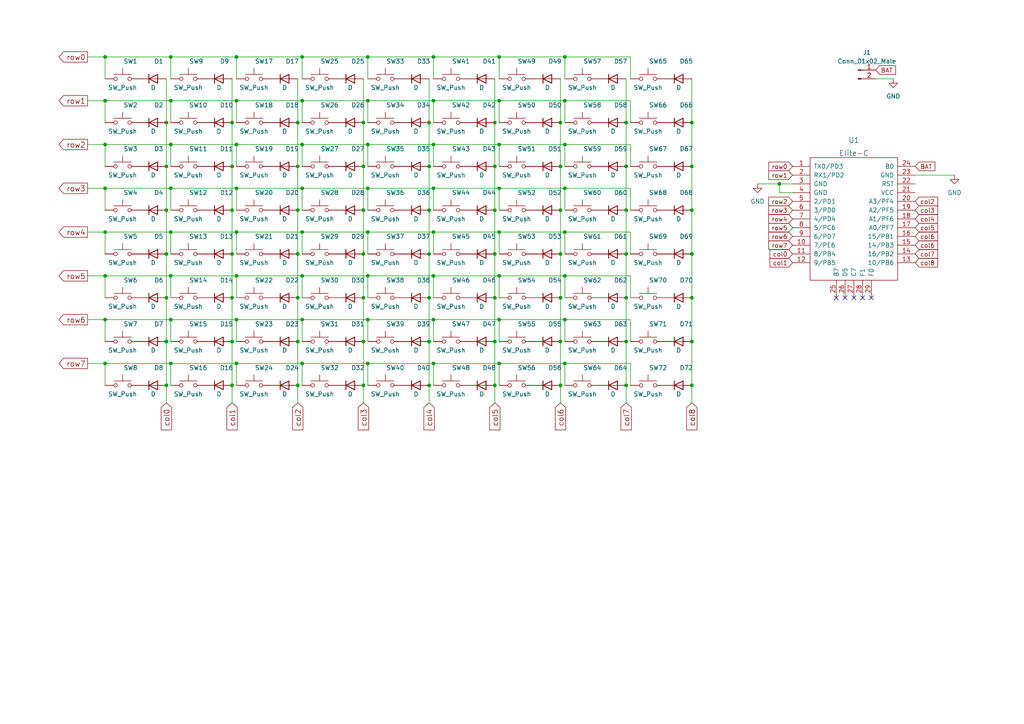
<source format=kicad_sch>
(kicad_sch (version 20210621) (generator eeschema)
  (paper "A4")
  (title_block (date "2019-08-06") (rev "0.1"))
  (junction (at 30.48 16.51))
  (junction (at 30.48 29.21))
  (junction (at 30.48 41.91))
  (junction (at 30.48 54.61))
  (junction (at 30.48 67.31))
  (junction (at 30.48 80.01))
  (junction (at 30.48 92.71))
  (junction (at 30.48 105.41))
  (junction (at 48.26 35.56))
  (junction (at 48.26 48.26))
  (junction (at 48.26 60.96))
  (junction (at 48.26 73.66))
  (junction (at 48.26 86.36))
  (junction (at 48.26 99.06))
  (junction (at 48.26 111.76))
  (junction (at 49.53 16.51))
  (junction (at 49.53 29.21))
  (junction (at 49.53 41.91))
  (junction (at 49.53 54.61))
  (junction (at 49.53 67.31))
  (junction (at 49.53 80.01))
  (junction (at 49.53 92.71))
  (junction (at 49.53 105.41))
  (junction (at 67.31 35.56))
  (junction (at 67.31 48.26))
  (junction (at 67.31 60.96))
  (junction (at 67.31 73.66))
  (junction (at 67.31 86.36))
  (junction (at 67.31 99.06))
  (junction (at 67.31 111.76))
  (junction (at 68.58 16.51))
  (junction (at 68.58 29.21))
  (junction (at 68.58 41.91))
  (junction (at 68.58 54.61))
  (junction (at 68.58 67.31))
  (junction (at 68.58 80.01))
  (junction (at 68.58 92.71))
  (junction (at 68.58 105.41))
  (junction (at 86.36 35.56))
  (junction (at 86.36 48.26))
  (junction (at 86.36 60.96))
  (junction (at 86.36 73.66))
  (junction (at 86.36 86.36))
  (junction (at 86.36 99.06))
  (junction (at 86.36 111.76))
  (junction (at 87.63 16.51))
  (junction (at 87.63 29.21))
  (junction (at 87.63 41.91))
  (junction (at 87.63 54.61))
  (junction (at 87.63 67.31))
  (junction (at 87.63 80.01))
  (junction (at 87.63 92.71))
  (junction (at 87.63 105.41))
  (junction (at 105.41 35.56))
  (junction (at 105.41 48.26))
  (junction (at 105.41 60.96))
  (junction (at 105.41 73.66))
  (junction (at 105.41 86.36))
  (junction (at 105.41 99.06))
  (junction (at 105.41 111.76))
  (junction (at 106.68 16.51))
  (junction (at 106.68 29.21))
  (junction (at 106.68 41.91))
  (junction (at 106.68 54.61))
  (junction (at 106.68 67.31))
  (junction (at 106.68 80.01))
  (junction (at 106.68 92.71))
  (junction (at 106.68 105.41))
  (junction (at 124.46 35.56))
  (junction (at 124.46 48.26))
  (junction (at 124.46 60.96))
  (junction (at 124.46 73.66))
  (junction (at 124.46 86.36))
  (junction (at 124.46 99.06))
  (junction (at 124.46 111.76))
  (junction (at 125.73 16.51))
  (junction (at 125.73 29.21))
  (junction (at 125.73 41.91))
  (junction (at 125.73 54.61))
  (junction (at 125.73 67.31))
  (junction (at 125.73 80.01))
  (junction (at 125.73 92.71))
  (junction (at 125.73 105.41))
  (junction (at 143.51 35.56))
  (junction (at 143.51 48.26))
  (junction (at 143.51 60.96))
  (junction (at 143.51 73.66))
  (junction (at 143.51 86.36))
  (junction (at 143.51 99.06))
  (junction (at 143.51 111.76))
  (junction (at 144.78 16.51))
  (junction (at 144.78 29.21))
  (junction (at 144.78 41.91))
  (junction (at 144.78 54.61))
  (junction (at 144.78 67.31))
  (junction (at 144.78 80.01))
  (junction (at 144.78 92.71))
  (junction (at 144.78 105.41))
  (junction (at 162.56 35.56))
  (junction (at 162.56 48.26))
  (junction (at 162.56 60.96))
  (junction (at 162.56 73.66))
  (junction (at 162.56 86.36))
  (junction (at 162.56 99.06))
  (junction (at 162.56 111.76))
  (junction (at 163.83 16.51))
  (junction (at 163.83 29.21))
  (junction (at 163.83 41.91))
  (junction (at 163.83 54.61))
  (junction (at 163.83 67.31))
  (junction (at 163.83 80.01))
  (junction (at 163.83 92.71))
  (junction (at 163.83 105.41))
  (junction (at 181.61 35.56))
  (junction (at 181.61 48.26))
  (junction (at 181.61 60.96))
  (junction (at 181.61 73.66))
  (junction (at 181.61 86.36))
  (junction (at 181.61 99.06))
  (junction (at 181.61 111.76))
  (junction (at 200.66 35.56))
  (junction (at 200.66 48.26))
  (junction (at 200.66 60.96))
  (junction (at 200.66 73.66))
  (junction (at 200.66 86.36))
  (junction (at 200.66 99.06))
  (junction (at 200.66 111.76))
  (junction (at 226.06 53.34))
  (no_connect (at 242.57 86.36))
  (no_connect (at 245.11 86.36))
  (no_connect (at 247.65 86.36))
  (no_connect (at 250.19 86.36))
  (no_connect (at 252.73 86.36))
  (wire (pts (xy 25.4 16.51) (xy 30.48 16.51)))
  (wire (pts (xy 25.4 29.21) (xy 30.48 29.21)))
  (wire (pts (xy 25.4 41.91) (xy 30.48 41.91)))
  (wire (pts (xy 25.4 54.61) (xy 30.48 54.61)))
  (wire (pts (xy 25.4 67.31) (xy 30.48 67.31)))
  (wire (pts (xy 25.4 80.01) (xy 30.48 80.01)))
  (wire (pts (xy 25.4 92.71) (xy 30.48 92.71)))
  (wire (pts (xy 25.4 105.41) (xy 30.48 105.41)))
  (wire (pts (xy 30.48 16.51) (xy 30.48 22.86)))
  (wire (pts (xy 30.48 16.51) (xy 49.53 16.51)))
  (wire (pts (xy 30.48 29.21) (xy 30.48 35.56)))
  (wire (pts (xy 30.48 29.21) (xy 49.53 29.21)))
  (wire (pts (xy 30.48 41.91) (xy 30.48 48.26)))
  (wire (pts (xy 30.48 41.91) (xy 49.53 41.91)))
  (wire (pts (xy 30.48 54.61) (xy 30.48 60.96)))
  (wire (pts (xy 30.48 54.61) (xy 49.53 54.61)))
  (wire (pts (xy 30.48 67.31) (xy 30.48 73.66)))
  (wire (pts (xy 30.48 67.31) (xy 49.53 67.31)))
  (wire (pts (xy 30.48 80.01) (xy 30.48 86.36)))
  (wire (pts (xy 30.48 80.01) (xy 49.53 80.01)))
  (wire (pts (xy 30.48 92.71) (xy 30.48 99.06)))
  (wire (pts (xy 30.48 92.71) (xy 49.53 92.71)))
  (wire (pts (xy 30.48 105.41) (xy 30.48 111.76)))
  (wire (pts (xy 30.48 105.41) (xy 49.53 105.41)))
  (wire (pts (xy 48.26 22.86) (xy 48.26 35.56)))
  (wire (pts (xy 48.26 35.56) (xy 48.26 48.26)))
  (wire (pts (xy 48.26 48.26) (xy 48.26 60.96)))
  (wire (pts (xy 48.26 60.96) (xy 48.26 73.66)))
  (wire (pts (xy 48.26 73.66) (xy 48.26 86.36)))
  (wire (pts (xy 48.26 86.36) (xy 48.26 99.06)))
  (wire (pts (xy 48.26 99.06) (xy 48.26 111.76)))
  (wire (pts (xy 48.26 111.76) (xy 48.26 116.84)))
  (wire (pts (xy 49.53 16.51) (xy 49.53 22.86)))
  (wire (pts (xy 49.53 16.51) (xy 68.58 16.51)))
  (wire (pts (xy 49.53 29.21) (xy 49.53 35.56)))
  (wire (pts (xy 49.53 29.21) (xy 68.58 29.21)))
  (wire (pts (xy 49.53 41.91) (xy 49.53 48.26)))
  (wire (pts (xy 49.53 41.91) (xy 68.58 41.91)))
  (wire (pts (xy 49.53 54.61) (xy 49.53 60.96)))
  (wire (pts (xy 49.53 54.61) (xy 68.58 54.61)))
  (wire (pts (xy 49.53 67.31) (xy 49.53 73.66)))
  (wire (pts (xy 49.53 67.31) (xy 68.58 67.31)))
  (wire (pts (xy 49.53 80.01) (xy 49.53 86.36)))
  (wire (pts (xy 49.53 80.01) (xy 68.58 80.01)))
  (wire (pts (xy 49.53 92.71) (xy 49.53 99.06)))
  (wire (pts (xy 49.53 92.71) (xy 68.58 92.71)))
  (wire (pts (xy 49.53 105.41) (xy 49.53 111.76)))
  (wire (pts (xy 49.53 105.41) (xy 68.58 105.41)))
  (wire (pts (xy 67.31 22.86) (xy 67.31 35.56)))
  (wire (pts (xy 67.31 35.56) (xy 67.31 48.26)))
  (wire (pts (xy 67.31 48.26) (xy 67.31 60.96)))
  (wire (pts (xy 67.31 60.96) (xy 67.31 73.66)))
  (wire (pts (xy 67.31 73.66) (xy 67.31 86.36)))
  (wire (pts (xy 67.31 86.36) (xy 67.31 99.06)))
  (wire (pts (xy 67.31 99.06) (xy 67.31 111.76)))
  (wire (pts (xy 67.31 111.76) (xy 67.31 116.84)))
  (wire (pts (xy 68.58 16.51) (xy 68.58 22.86)))
  (wire (pts (xy 68.58 16.51) (xy 87.63 16.51)))
  (wire (pts (xy 68.58 29.21) (xy 68.58 35.56)))
  (wire (pts (xy 68.58 29.21) (xy 87.63 29.21)))
  (wire (pts (xy 68.58 41.91) (xy 68.58 48.26)))
  (wire (pts (xy 68.58 41.91) (xy 87.63 41.91)))
  (wire (pts (xy 68.58 54.61) (xy 68.58 60.96)))
  (wire (pts (xy 68.58 54.61) (xy 87.63 54.61)))
  (wire (pts (xy 68.58 67.31) (xy 68.58 73.66)))
  (wire (pts (xy 68.58 67.31) (xy 87.63 67.31)))
  (wire (pts (xy 68.58 80.01) (xy 68.58 86.36)))
  (wire (pts (xy 68.58 80.01) (xy 87.63 80.01)))
  (wire (pts (xy 68.58 92.71) (xy 68.58 99.06)))
  (wire (pts (xy 68.58 92.71) (xy 87.63 92.71)))
  (wire (pts (xy 68.58 105.41) (xy 68.58 111.76)))
  (wire (pts (xy 68.58 105.41) (xy 87.63 105.41)))
  (wire (pts (xy 86.36 22.86) (xy 86.36 35.56)))
  (wire (pts (xy 86.36 35.56) (xy 86.36 48.26)))
  (wire (pts (xy 86.36 48.26) (xy 86.36 60.96)))
  (wire (pts (xy 86.36 60.96) (xy 86.36 73.66)))
  (wire (pts (xy 86.36 73.66) (xy 86.36 86.36)))
  (wire (pts (xy 86.36 86.36) (xy 86.36 99.06)))
  (wire (pts (xy 86.36 99.06) (xy 86.36 111.76)))
  (wire (pts (xy 86.36 111.76) (xy 86.36 116.84)))
  (wire (pts (xy 87.63 16.51) (xy 87.63 22.86)))
  (wire (pts (xy 87.63 16.51) (xy 106.68 16.51)))
  (wire (pts (xy 87.63 29.21) (xy 87.63 35.56)))
  (wire (pts (xy 87.63 29.21) (xy 106.68 29.21)))
  (wire (pts (xy 87.63 41.91) (xy 87.63 48.26)))
  (wire (pts (xy 87.63 41.91) (xy 106.68 41.91)))
  (wire (pts (xy 87.63 54.61) (xy 87.63 60.96)))
  (wire (pts (xy 87.63 54.61) (xy 106.68 54.61)))
  (wire (pts (xy 87.63 67.31) (xy 87.63 73.66)))
  (wire (pts (xy 87.63 67.31) (xy 106.68 67.31)))
  (wire (pts (xy 87.63 80.01) (xy 87.63 86.36)))
  (wire (pts (xy 87.63 80.01) (xy 106.68 80.01)))
  (wire (pts (xy 87.63 92.71) (xy 87.63 99.06)))
  (wire (pts (xy 87.63 92.71) (xy 106.68 92.71)))
  (wire (pts (xy 87.63 105.41) (xy 87.63 111.76)))
  (wire (pts (xy 87.63 105.41) (xy 106.68 105.41)))
  (wire (pts (xy 105.41 22.86) (xy 105.41 35.56)))
  (wire (pts (xy 105.41 35.56) (xy 105.41 48.26)))
  (wire (pts (xy 105.41 48.26) (xy 105.41 60.96)))
  (wire (pts (xy 105.41 60.96) (xy 105.41 73.66)))
  (wire (pts (xy 105.41 73.66) (xy 105.41 86.36)))
  (wire (pts (xy 105.41 86.36) (xy 105.41 99.06)))
  (wire (pts (xy 105.41 99.06) (xy 105.41 111.76)))
  (wire (pts (xy 105.41 111.76) (xy 105.41 116.84)))
  (wire (pts (xy 106.68 16.51) (xy 106.68 22.86)))
  (wire (pts (xy 106.68 16.51) (xy 125.73 16.51)))
  (wire (pts (xy 106.68 29.21) (xy 106.68 35.56)))
  (wire (pts (xy 106.68 29.21) (xy 125.73 29.21)))
  (wire (pts (xy 106.68 41.91) (xy 106.68 48.26)))
  (wire (pts (xy 106.68 41.91) (xy 125.73 41.91)))
  (wire (pts (xy 106.68 54.61) (xy 106.68 60.96)))
  (wire (pts (xy 106.68 54.61) (xy 125.73 54.61)))
  (wire (pts (xy 106.68 67.31) (xy 106.68 73.66)))
  (wire (pts (xy 106.68 67.31) (xy 125.73 67.31)))
  (wire (pts (xy 106.68 80.01) (xy 106.68 86.36)))
  (wire (pts (xy 106.68 80.01) (xy 125.73 80.01)))
  (wire (pts (xy 106.68 92.71) (xy 106.68 99.06)))
  (wire (pts (xy 106.68 92.71) (xy 125.73 92.71)))
  (wire (pts (xy 106.68 105.41) (xy 106.68 111.76)))
  (wire (pts (xy 106.68 105.41) (xy 125.73 105.41)))
  (wire (pts (xy 124.46 22.86) (xy 124.46 35.56)))
  (wire (pts (xy 124.46 35.56) (xy 124.46 48.26)))
  (wire (pts (xy 124.46 48.26) (xy 124.46 60.96)))
  (wire (pts (xy 124.46 60.96) (xy 124.46 73.66)))
  (wire (pts (xy 124.46 73.66) (xy 124.46 86.36)))
  (wire (pts (xy 124.46 86.36) (xy 124.46 99.06)))
  (wire (pts (xy 124.46 99.06) (xy 124.46 111.76)))
  (wire (pts (xy 124.46 111.76) (xy 124.46 116.84)))
  (wire (pts (xy 125.73 16.51) (xy 125.73 22.86)))
  (wire (pts (xy 125.73 16.51) (xy 144.78 16.51)))
  (wire (pts (xy 125.73 29.21) (xy 125.73 35.56)))
  (wire (pts (xy 125.73 29.21) (xy 144.78 29.21)))
  (wire (pts (xy 125.73 41.91) (xy 125.73 48.26)))
  (wire (pts (xy 125.73 41.91) (xy 144.78 41.91)))
  (wire (pts (xy 125.73 54.61) (xy 125.73 60.96)))
  (wire (pts (xy 125.73 54.61) (xy 144.78 54.61)))
  (wire (pts (xy 125.73 67.31) (xy 125.73 73.66)))
  (wire (pts (xy 125.73 67.31) (xy 144.78 67.31)))
  (wire (pts (xy 125.73 80.01) (xy 125.73 86.36)))
  (wire (pts (xy 125.73 80.01) (xy 144.78 80.01)))
  (wire (pts (xy 125.73 92.71) (xy 125.73 99.06)))
  (wire (pts (xy 125.73 92.71) (xy 144.78 92.71)))
  (wire (pts (xy 125.73 105.41) (xy 125.73 111.76)))
  (wire (pts (xy 125.73 105.41) (xy 144.78 105.41)))
  (wire (pts (xy 143.51 22.86) (xy 143.51 35.56)))
  (wire (pts (xy 143.51 35.56) (xy 143.51 48.26)))
  (wire (pts (xy 143.51 48.26) (xy 143.51 60.96)))
  (wire (pts (xy 143.51 60.96) (xy 143.51 73.66)))
  (wire (pts (xy 143.51 73.66) (xy 143.51 86.36)))
  (wire (pts (xy 143.51 86.36) (xy 143.51 99.06)))
  (wire (pts (xy 143.51 99.06) (xy 143.51 111.76)))
  (wire (pts (xy 143.51 111.76) (xy 143.51 116.84)))
  (wire (pts (xy 144.78 16.51) (xy 144.78 22.86)))
  (wire (pts (xy 144.78 16.51) (xy 163.83 16.51)))
  (wire (pts (xy 144.78 29.21) (xy 144.78 35.56)))
  (wire (pts (xy 144.78 29.21) (xy 163.83 29.21)))
  (wire (pts (xy 144.78 41.91) (xy 144.78 48.26)))
  (wire (pts (xy 144.78 41.91) (xy 163.83 41.91)))
  (wire (pts (xy 144.78 54.61) (xy 144.78 60.96)))
  (wire (pts (xy 144.78 54.61) (xy 163.83 54.61)))
  (wire (pts (xy 144.78 67.31) (xy 144.78 73.66)))
  (wire (pts (xy 144.78 67.31) (xy 163.83 67.31)))
  (wire (pts (xy 144.78 80.01) (xy 144.78 86.36)))
  (wire (pts (xy 144.78 80.01) (xy 163.83 80.01)))
  (wire (pts (xy 144.78 92.71) (xy 144.78 99.06)))
  (wire (pts (xy 144.78 92.71) (xy 163.83 92.71)))
  (wire (pts (xy 144.78 105.41) (xy 144.78 111.76)))
  (wire (pts (xy 144.78 105.41) (xy 163.83 105.41)))
  (wire (pts (xy 162.56 22.86) (xy 162.56 35.56)))
  (wire (pts (xy 162.56 35.56) (xy 162.56 48.26)))
  (wire (pts (xy 162.56 48.26) (xy 162.56 60.96)))
  (wire (pts (xy 162.56 60.96) (xy 162.56 73.66)))
  (wire (pts (xy 162.56 73.66) (xy 162.56 86.36)))
  (wire (pts (xy 162.56 86.36) (xy 162.56 99.06)))
  (wire (pts (xy 162.56 99.06) (xy 162.56 111.76)))
  (wire (pts (xy 162.56 111.76) (xy 162.56 116.84)))
  (wire (pts (xy 163.83 16.51) (xy 163.83 22.86)))
  (wire (pts (xy 163.83 16.51) (xy 182.88 16.51)))
  (wire (pts (xy 163.83 29.21) (xy 163.83 35.56)))
  (wire (pts (xy 163.83 29.21) (xy 182.88 29.21)))
  (wire (pts (xy 163.83 41.91) (xy 163.83 48.26)))
  (wire (pts (xy 163.83 41.91) (xy 182.88 41.91)))
  (wire (pts (xy 163.83 54.61) (xy 163.83 60.96)))
  (wire (pts (xy 163.83 54.61) (xy 182.88 54.61)))
  (wire (pts (xy 163.83 67.31) (xy 163.83 73.66)))
  (wire (pts (xy 163.83 67.31) (xy 182.88 67.31)))
  (wire (pts (xy 163.83 80.01) (xy 163.83 86.36)))
  (wire (pts (xy 163.83 80.01) (xy 182.88 80.01)))
  (wire (pts (xy 163.83 92.71) (xy 163.83 99.06)))
  (wire (pts (xy 163.83 92.71) (xy 182.88 92.71)))
  (wire (pts (xy 163.83 105.41) (xy 163.83 111.76)))
  (wire (pts (xy 163.83 105.41) (xy 182.88 105.41)))
  (wire (pts (xy 181.61 22.86) (xy 181.61 35.56)))
  (wire (pts (xy 181.61 35.56) (xy 181.61 48.26)))
  (wire (pts (xy 181.61 48.26) (xy 181.61 60.96)))
  (wire (pts (xy 181.61 60.96) (xy 181.61 73.66)))
  (wire (pts (xy 181.61 73.66) (xy 181.61 86.36)))
  (wire (pts (xy 181.61 86.36) (xy 181.61 99.06)))
  (wire (pts (xy 181.61 99.06) (xy 181.61 111.76)))
  (wire (pts (xy 181.61 111.76) (xy 181.61 116.84)))
  (wire (pts (xy 182.88 16.51) (xy 182.88 22.86)))
  (wire (pts (xy 182.88 29.21) (xy 182.88 35.56)))
  (wire (pts (xy 182.88 41.91) (xy 182.88 48.26)))
  (wire (pts (xy 182.88 54.61) (xy 182.88 60.96)))
  (wire (pts (xy 182.88 67.31) (xy 182.88 73.66)))
  (wire (pts (xy 182.88 80.01) (xy 182.88 86.36)))
  (wire (pts (xy 182.88 92.71) (xy 182.88 99.06)))
  (wire (pts (xy 182.88 105.41) (xy 182.88 111.76)))
  (wire (pts (xy 200.66 22.86) (xy 200.66 35.56)))
  (wire (pts (xy 200.66 35.56) (xy 200.66 48.26)))
  (wire (pts (xy 200.66 48.26) (xy 200.66 60.96)))
  (wire (pts (xy 200.66 60.96) (xy 200.66 73.66)))
  (wire (pts (xy 200.66 73.66) (xy 200.66 86.36)))
  (wire (pts (xy 200.66 86.36) (xy 200.66 99.06)))
  (wire (pts (xy 200.66 99.06) (xy 200.66 111.76)))
  (wire (pts (xy 200.66 111.76) (xy 200.66 116.84)))
  (wire (pts (xy 219.71 53.34) (xy 226.06 53.34)))
  (wire (pts (xy 226.06 53.34) (xy 229.87 53.34)))
  (wire (pts (xy 226.06 55.88) (xy 226.06 53.34)))
  (wire (pts (xy 229.87 55.88) (xy 226.06 55.88)))
  (wire (pts (xy 254 22.86) (xy 259.08 22.86)))
  (wire (pts (xy 265.43 50.8) (xy 276.86 50.8)))
  (global_label "row0" (shape output) (at 25.4 16.51 180) (effects (font (size 1.524 1.524))) (property "Intersheet References" "${INTERSHEET_REFS}" (effects hide)))
  (global_label "row1" (shape output) (at 25.4 29.21 180) (effects (font (size 1.524 1.524))) (property "Intersheet References" "${INTERSHEET_REFS}" (effects hide)))
  (global_label "row2" (shape output) (at 25.4 41.91 180) (effects (font (size 1.524 1.524))) (property "Intersheet References" "${INTERSHEET_REFS}" (effects hide)))
  (global_label "row3" (shape output) (at 25.4 54.61 180) (effects (font (size 1.524 1.524))) (property "Intersheet References" "${INTERSHEET_REFS}" (effects hide)))
  (global_label "row4" (shape output) (at 25.4 67.31 180) (effects (font (size 1.524 1.524))) (property "Intersheet References" "${INTERSHEET_REFS}" (effects hide)))
  (global_label "row5" (shape output) (at 25.4 80.01 180) (effects (font (size 1.524 1.524))) (property "Intersheet References" "${INTERSHEET_REFS}" (effects hide)))
  (global_label "row6" (shape output) (at 25.4 92.71 180) (effects (font (size 1.524 1.524))) (property "Intersheet References" "${INTERSHEET_REFS}" (effects hide)))
  (global_label "row7" (shape output) (at 25.4 105.41 180) (effects (font (size 1.524 1.524))) (property "Intersheet References" "${INTERSHEET_REFS}" (effects hide)))
  (global_label "col0" (shape input) (at 48.26 116.84 270) (effects (font (size 1.524 1.524))) (property "Intersheet References" "${INTERSHEET_REFS}" (effects hide)))
  (global_label "col1" (shape input) (at 67.31 116.84 270) (effects (font (size 1.524 1.524))) (property "Intersheet References" "${INTERSHEET_REFS}" (effects hide)))
  (global_label "col2" (shape input) (at 86.36 116.84 270) (effects (font (size 1.524 1.524))) (property "Intersheet References" "${INTERSHEET_REFS}" (effects hide)))
  (global_label "col3" (shape input) (at 105.41 116.84 270) (effects (font (size 1.524 1.524))) (property "Intersheet References" "${INTERSHEET_REFS}" (effects hide)))
  (global_label "col4" (shape input) (at 124.46 116.84 270) (effects (font (size 1.524 1.524))) (property "Intersheet References" "${INTERSHEET_REFS}" (effects hide)))
  (global_label "col5" (shape input) (at 143.51 116.84 270) (effects (font (size 1.524 1.524))) (property "Intersheet References" "${INTERSHEET_REFS}" (effects hide)))
  (global_label "col6" (shape input) (at 162.56 116.84 270) (effects (font (size 1.524 1.524))) (property "Intersheet References" "${INTERSHEET_REFS}" (effects hide)))
  (global_label "col7" (shape input) (at 181.61 116.84 270) (effects (font (size 1.524 1.524))) (property "Intersheet References" "${INTERSHEET_REFS}" (effects hide)))
  (global_label "col8" (shape input) (at 200.66 116.84 270) (effects (font (size 1.524 1.524))) (property "Intersheet References" "${INTERSHEET_REFS}" (effects hide)))
  (global_label "row0" (shape input) (at 229.87 48.26 180) (property "Intersheet References" "${INTERSHEET_REFS}" (effects hide)))
  (global_label "row1" (shape input) (at 229.87 50.8 180) (property "Intersheet References" "${INTERSHEET_REFS}" (effects hide)))
  (global_label "row2" (shape input) (at 229.87 58.42 180) (property "Intersheet References" "${INTERSHEET_REFS}" (effects hide)))
  (global_label "row3" (shape input) (at 229.87 60.96 180) (property "Intersheet References" "${INTERSHEET_REFS}" (effects hide)))
  (global_label "row4" (shape input) (at 229.87 63.5 180) (property "Intersheet References" "${INTERSHEET_REFS}" (effects hide)))
  (global_label "row5" (shape input) (at 229.87 66.04 180) (property "Intersheet References" "${INTERSHEET_REFS}" (effects hide)))
  (global_label "row6" (shape input) (at 229.87 68.58 180) (property "Intersheet References" "${INTERSHEET_REFS}" (effects hide)))
  (global_label "row7" (shape input) (at 229.87 71.12 180) (property "Intersheet References" "${INTERSHEET_REFS}" (effects hide)))
  (global_label "col0" (shape input) (at 229.87 73.66 180) (property "Intersheet References" "${INTERSHEET_REFS}" (effects hide)))
  (global_label "col1" (shape input) (at 229.87 76.2 180) (property "Intersheet References" "${INTERSHEET_REFS}" (effects hide)))
  (global_label "BAT" (shape input) (at 254 20.32 0) (property "Intersheet References" "${INTERSHEET_REFS}" (effects hide)))
  (global_label "BAT" (shape input) (at 265.43 48.26 0) (property "Intersheet References" "${INTERSHEET_REFS}" (effects hide)))
  (global_label "col2" (shape input) (at 265.43 58.42 0) (property "Intersheet References" "${INTERSHEET_REFS}" (effects hide)))
  (global_label "col3" (shape input) (at 265.43 60.96 0) (property "Intersheet References" "${INTERSHEET_REFS}" (effects hide)))
  (global_label "col4" (shape input) (at 265.43 63.5 0) (property "Intersheet References" "${INTERSHEET_REFS}" (effects hide)))
  (global_label "col5" (shape input) (at 265.43 66.04 0) (property "Intersheet References" "${INTERSHEET_REFS}" (effects hide)))
  (global_label "col6" (shape input) (at 265.43 68.58 0) (property "Intersheet References" "${INTERSHEET_REFS}" (effects hide)))
  (global_label "col6" (shape input) (at 265.43 71.12 0) (property "Intersheet References" "${INTERSHEET_REFS}" (effects hide)))
  (global_label "col7" (shape input) (at 265.43 73.66 0) (property "Intersheet References" "${INTERSHEET_REFS}" (effects hide)))
  (global_label "col8" (shape input) (at 265.43 76.2 0) (property "Intersheet References" "${INTERSHEET_REFS}" (effects hide)))
  (symbol (lib_id "power:GND") (at 219.71 53.34 0) (unit 1)
    (property "Reference" "#PWR0102" (effects hide))
    (property "Value" "GND" (at 219.71 58.42 0))
  )
  (symbol (lib_id "power:GND") (at 259.08 22.86 0) (unit 1)
    (property "Reference" "#PWR01" (effects hide))
    (property "Value" "GND" (at 259.08 27.94 0))
  )
  (symbol (lib_id "power:GND") (at 276.86 50.8 0) (unit 1)
    (property "Reference" "#PWR0101" (effects hide))
    (property "Value" "GND" (at 276.86 55.88 0))
  )
  (symbol (lib_id "Connector:Conn_01x02_Male") (at 248.92 20.32 0) (unit 1)
    (property "Reference" "J1" (at 251.4219 15.24 0))
    (property "Value" "Conn_01x02_Male" (at 251.4219 17.78 0))
    (property "Footprint" "Connector_PinHeader_2.54mm:PinHeader_1x02_P2.54mm_Horizontal" (effects hide))
  )
  (symbol (lib_id "Device:D") (at 44.45 22.86 0) (unit 1)
    (property "Reference" "D1" (at 44.704 17.78 0) (effects (justify left)))
    (property "Value" "D" (at 44.45 25.4 0))
    (property "Footprint" "Diode_SMD:D_SOD-128" (effects hide))
  )
  (symbol (lib_id "Device:D") (at 44.45 35.56 0) (unit 1)
    (property "Reference" "D2" (at 44.704 30.48 0) (effects (justify left)))
    (property "Value" "D" (at 44.45 38.1 0))
    (property "Footprint" "Diode_SMD:D_SOD-128" (effects hide))
  )
  (symbol (lib_id "Device:D") (at 44.45 48.26 0) (unit 1)
    (property "Reference" "D3" (at 44.704 43.18 0) (effects (justify left)))
    (property "Value" "D" (at 44.45 50.8 0))
    (property "Footprint" "Diode_SMD:D_SOD-128" (effects hide))
  )
  (symbol (lib_id "Device:D") (at 44.45 60.96 0) (unit 1)
    (property "Reference" "D4" (at 44.704 55.88 0) (effects (justify left)))
    (property "Value" "D" (at 44.45 63.5 0))
    (property "Footprint" "Diode_SMD:D_SOD-128" (effects hide))
  )
  (symbol (lib_id "Device:D") (at 44.45 73.66 0) (unit 1)
    (property "Reference" "D5" (at 44.704 68.58 0) (effects (justify left)))
    (property "Value" "D" (at 44.45 76.2 0))
    (property "Footprint" "Diode_SMD:D_SOD-128" (effects hide))
  )
  (symbol (lib_id "Device:D") (at 44.45 86.36 0) (unit 1)
    (property "Reference" "D6" (at 44.704 81.28 0) (effects (justify left)))
    (property "Value" "D" (at 44.45 88.9 0))
    (property "Footprint" "Diode_SMD:D_SOD-128" (effects hide))
  )
  (symbol (lib_id "Device:D") (at 44.45 99.06 0) (unit 1)
    (property "Reference" "D7" (at 44.704 93.98 0) (effects (justify left)))
    (property "Value" "D" (at 44.45 101.6 0))
    (property "Footprint" "Diode_SMD:D_SOD-128" (effects hide))
  )
  (symbol (lib_id "Device:D") (at 44.45 111.76 0) (unit 1)
    (property "Reference" "D8" (at 44.704 106.68 0) (effects (justify left)))
    (property "Value" "D" (at 44.45 114.3 0))
    (property "Footprint" "Diode_SMD:D_SOD-128" (effects hide))
  )
  (symbol (lib_id "Device:D") (at 63.5 22.86 0) (unit 1)
    (property "Reference" "D9" (at 63.754 17.78 0) (effects (justify left)))
    (property "Value" "D" (at 63.5 25.4 0))
    (property "Footprint" "Diode_SMD:D_SOD-128" (effects hide))
  )
  (symbol (lib_id "Device:D") (at 63.5 35.56 0) (unit 1)
    (property "Reference" "D10" (at 63.754 30.48 0) (effects (justify left)))
    (property "Value" "D" (at 63.5 38.1 0))
    (property "Footprint" "Diode_SMD:D_SOD-128" (effects hide))
  )
  (symbol (lib_id "Device:D") (at 63.5 48.26 0) (unit 1)
    (property "Reference" "D11" (at 63.754 43.18 0) (effects (justify left)))
    (property "Value" "D" (at 63.5 50.8 0))
    (property "Footprint" "Diode_SMD:D_SOD-128" (effects hide))
  )
  (symbol (lib_id "Device:D") (at 63.5 60.96 0) (unit 1)
    (property "Reference" "D12" (at 63.754 55.88 0) (effects (justify left)))
    (property "Value" "D" (at 63.5 63.5 0))
    (property "Footprint" "Diode_SMD:D_SOD-128" (effects hide))
  )
  (symbol (lib_id "Device:D") (at 63.5 73.66 0) (unit 1)
    (property "Reference" "D13" (at 63.754 68.58 0) (effects (justify left)))
    (property "Value" "D" (at 63.5 76.2 0))
    (property "Footprint" "Diode_SMD:D_SOD-128" (effects hide))
  )
  (symbol (lib_id "Device:D") (at 63.5 86.36 0) (unit 1)
    (property "Reference" "D14" (at 63.754 81.28 0) (effects (justify left)))
    (property "Value" "D" (at 63.5 88.9 0))
    (property "Footprint" "Diode_SMD:D_SOD-128" (effects hide))
  )
  (symbol (lib_id "Device:D") (at 63.5 99.06 0) (unit 1)
    (property "Reference" "D15" (at 63.754 93.98 0) (effects (justify left)))
    (property "Value" "D" (at 63.5 101.6 0))
    (property "Footprint" "Diode_SMD:D_SOD-128" (effects hide))
  )
  (symbol (lib_id "Device:D") (at 63.5 111.76 0) (unit 1)
    (property "Reference" "D16" (at 63.754 106.68 0) (effects (justify left)))
    (property "Value" "D" (at 63.5 114.3 0))
    (property "Footprint" "Diode_SMD:D_SOD-128" (effects hide))
  )
  (symbol (lib_id "Device:D") (at 82.55 22.86 0) (unit 1)
    (property "Reference" "D17" (at 82.804 17.78 0) (effects (justify left)))
    (property "Value" "D" (at 82.55 25.4 0))
    (property "Footprint" "Diode_SMD:D_SOD-128" (effects hide))
  )
  (symbol (lib_id "Device:D") (at 82.55 35.56 0) (unit 1)
    (property "Reference" "D18" (at 82.804 30.48 0) (effects (justify left)))
    (property "Value" "D" (at 82.55 38.1 0))
    (property "Footprint" "Diode_SMD:D_SOD-128" (effects hide))
  )
  (symbol (lib_id "Device:D") (at 82.55 48.26 0) (unit 1)
    (property "Reference" "D19" (at 82.804 43.18 0) (effects (justify left)))
    (property "Value" "D" (at 82.55 50.8 0))
    (property "Footprint" "Diode_SMD:D_SOD-128" (effects hide))
  )
  (symbol (lib_id "Device:D") (at 82.55 60.96 0) (unit 1)
    (property "Reference" "D20" (at 82.804 55.88 0) (effects (justify left)))
    (property "Value" "D" (at 82.55 63.5 0))
    (property "Footprint" "Diode_SMD:D_SOD-128" (effects hide))
  )
  (symbol (lib_id "Device:D") (at 82.55 73.66 0) (unit 1)
    (property "Reference" "D21" (at 82.804 68.58 0) (effects (justify left)))
    (property "Value" "D" (at 82.55 76.2 0))
    (property "Footprint" "Diode_SMD:D_SOD-128" (effects hide))
  )
  (symbol (lib_id "Device:D") (at 82.55 86.36 0) (unit 1)
    (property "Reference" "D22" (at 82.804 81.28 0) (effects (justify left)))
    (property "Value" "D" (at 82.55 88.9 0))
    (property "Footprint" "Diode_SMD:D_SOD-128" (effects hide))
  )
  (symbol (lib_id "Device:D") (at 82.55 99.06 0) (unit 1)
    (property "Reference" "D23" (at 82.804 93.98 0) (effects (justify left)))
    (property "Value" "D" (at 82.55 101.6 0))
    (property "Footprint" "Diode_SMD:D_SOD-128" (effects hide))
  )
  (symbol (lib_id "Device:D") (at 82.55 111.76 0) (unit 1)
    (property "Reference" "D24" (at 82.804 106.68 0) (effects (justify left)))
    (property "Value" "D" (at 82.55 114.3 0))
    (property "Footprint" "Diode_SMD:D_SOD-128" (effects hide))
  )
  (symbol (lib_id "Device:D") (at 101.6 22.86 0) (unit 1)
    (property "Reference" "D25" (at 101.854 17.78 0) (effects (justify left)))
    (property "Value" "D" (at 101.6 25.4 0))
    (property "Footprint" "Diode_SMD:D_SOD-128" (effects hide))
  )
  (symbol (lib_id "Device:D") (at 101.6 35.56 0) (unit 1)
    (property "Reference" "D26" (at 101.854 30.48 0) (effects (justify left)))
    (property "Value" "D" (at 101.6 38.1 0))
    (property "Footprint" "Diode_SMD:D_SOD-128" (effects hide))
  )
  (symbol (lib_id "Device:D") (at 101.6 48.26 0) (unit 1)
    (property "Reference" "D27" (at 101.854 43.18 0) (effects (justify left)))
    (property "Value" "D" (at 101.6 50.8 0))
    (property "Footprint" "Diode_SMD:D_SOD-128" (effects hide))
  )
  (symbol (lib_id "Device:D") (at 101.6 60.96 0) (unit 1)
    (property "Reference" "D28" (at 101.854 55.88 0) (effects (justify left)))
    (property "Value" "D" (at 101.6 63.5 0))
    (property "Footprint" "Diode_SMD:D_SOD-128" (effects hide))
  )
  (symbol (lib_id "Device:D") (at 101.6 73.66 0) (unit 1)
    (property "Reference" "D29" (at 101.854 68.58 0) (effects (justify left)))
    (property "Value" "D" (at 101.6 76.2 0))
    (property "Footprint" "Diode_SMD:D_SOD-128" (effects hide))
  )
  (symbol (lib_id "Device:D") (at 101.6 86.36 0) (unit 1)
    (property "Reference" "D30" (at 101.854 81.28 0) (effects (justify left)))
    (property "Value" "D" (at 101.6 88.9 0))
    (property "Footprint" "Diode_SMD:D_SOD-128" (effects hide))
  )
  (symbol (lib_id "Device:D") (at 101.6 99.06 0) (unit 1)
    (property "Reference" "D31" (at 101.854 93.98 0) (effects (justify left)))
    (property "Value" "D" (at 101.6 101.6 0))
    (property "Footprint" "Diode_SMD:D_SOD-128" (effects hide))
  )
  (symbol (lib_id "Device:D") (at 101.6 111.76 0) (unit 1)
    (property "Reference" "D32" (at 101.854 106.68 0) (effects (justify left)))
    (property "Value" "D" (at 101.6 114.3 0))
    (property "Footprint" "Diode_SMD:D_SOD-128" (effects hide))
  )
  (symbol (lib_id "Device:D") (at 120.65 22.86 0) (unit 1)
    (property "Reference" "D33" (at 120.904 17.78 0) (effects (justify left)))
    (property "Value" "D" (at 120.65 25.4 0))
    (property "Footprint" "Diode_SMD:D_SOD-128" (effects hide))
  )
  (symbol (lib_id "Device:D") (at 120.65 35.56 0) (unit 1)
    (property "Reference" "D34" (at 120.904 30.48 0) (effects (justify left)))
    (property "Value" "D" (at 120.65 38.1 0))
    (property "Footprint" "Diode_SMD:D_SOD-128" (effects hide))
  )
  (symbol (lib_id "Device:D") (at 120.65 48.26 0) (unit 1)
    (property "Reference" "D35" (at 120.904 43.18 0) (effects (justify left)))
    (property "Value" "D" (at 120.65 50.8 0))
    (property "Footprint" "Diode_SMD:D_SOD-128" (effects hide))
  )
  (symbol (lib_id "Device:D") (at 120.65 60.96 0) (unit 1)
    (property "Reference" "D36" (at 120.904 55.88 0) (effects (justify left)))
    (property "Value" "D" (at 120.65 63.5 0))
    (property "Footprint" "Diode_SMD:D_SOD-128" (effects hide))
  )
  (symbol (lib_id "Device:D") (at 120.65 73.66 0) (unit 1)
    (property "Reference" "D37" (at 120.904 68.58 0) (effects (justify left)))
    (property "Value" "D" (at 120.65 76.2 0))
    (property "Footprint" "Diode_SMD:D_SOD-128" (effects hide))
  )
  (symbol (lib_id "Device:D") (at 120.65 86.36 0) (unit 1)
    (property "Reference" "D38" (at 120.904 81.28 0) (effects (justify left)))
    (property "Value" "D" (at 120.65 88.9 0))
    (property "Footprint" "Diode_SMD:D_SOD-128" (effects hide))
  )
  (symbol (lib_id "Device:D") (at 120.65 99.06 0) (unit 1)
    (property "Reference" "D39" (at 120.904 93.98 0) (effects (justify left)))
    (property "Value" "D" (at 120.65 101.6 0))
    (property "Footprint" "Diode_SMD:D_SOD-128" (effects hide))
  )
  (symbol (lib_id "Device:D") (at 120.65 111.76 0) (unit 1)
    (property "Reference" "D40" (at 120.904 106.68 0) (effects (justify left)))
    (property "Value" "D" (at 120.65 114.3 0))
    (property "Footprint" "Diode_SMD:D_SOD-128" (effects hide))
  )
  (symbol (lib_id "Device:D") (at 139.7 22.86 0) (unit 1)
    (property "Reference" "D41" (at 139.954 17.78 0) (effects (justify left)))
    (property "Value" "D" (at 139.7 25.4 0))
    (property "Footprint" "Diode_SMD:D_SOD-128" (effects hide))
  )
  (symbol (lib_id "Device:D") (at 139.7 35.56 0) (unit 1)
    (property "Reference" "D42" (at 139.954 30.48 0) (effects (justify left)))
    (property "Value" "D" (at 139.7 38.1 0))
    (property "Footprint" "Diode_SMD:D_SOD-128" (effects hide))
  )
  (symbol (lib_id "Device:D") (at 139.7 48.26 0) (unit 1)
    (property "Reference" "D43" (at 139.954 43.18 0) (effects (justify left)))
    (property "Value" "D" (at 139.7 50.8 0))
    (property "Footprint" "Diode_SMD:D_SOD-128" (effects hide))
  )
  (symbol (lib_id "Device:D") (at 139.7 60.96 0) (unit 1)
    (property "Reference" "D44" (at 139.954 55.88 0) (effects (justify left)))
    (property "Value" "D" (at 139.7 63.5 0))
    (property "Footprint" "Diode_SMD:D_SOD-128" (effects hide))
  )
  (symbol (lib_id "Device:D") (at 139.7 73.66 0) (unit 1)
    (property "Reference" "D45" (at 139.954 68.58 0) (effects (justify left)))
    (property "Value" "D" (at 139.7 76.2 0))
    (property "Footprint" "Diode_SMD:D_SOD-128" (effects hide))
  )
  (symbol (lib_id "Device:D") (at 139.7 86.36 0) (unit 1)
    (property "Reference" "D46" (at 139.954 81.28 0) (effects (justify left)))
    (property "Value" "D" (at 139.7 88.9 0))
    (property "Footprint" "Diode_SMD:D_SOD-128" (effects hide))
  )
  (symbol (lib_id "Device:D") (at 139.7 99.06 0) (unit 1)
    (property "Reference" "D47" (at 139.954 93.98 0) (effects (justify left)))
    (property "Value" "D" (at 139.7 101.6 0))
    (property "Footprint" "Diode_SMD:D_SOD-128" (effects hide))
  )
  (symbol (lib_id "Device:D") (at 139.7 111.76 0) (unit 1)
    (property "Reference" "D48" (at 139.954 106.68 0) (effects (justify left)))
    (property "Value" "D" (at 139.7 114.3 0))
    (property "Footprint" "Diode_SMD:D_SOD-128" (effects hide))
  )
  (symbol (lib_id "Device:D") (at 158.75 22.86 0) (unit 1)
    (property "Reference" "D49" (at 159.004 17.78 0) (effects (justify left)))
    (property "Value" "D" (at 158.75 25.4 0))
    (property "Footprint" "Diode_SMD:D_SOD-128" (effects hide))
  )
  (symbol (lib_id "Device:D") (at 158.75 35.56 0) (unit 1)
    (property "Reference" "D50" (at 159.004 30.48 0) (effects (justify left)))
    (property "Value" "D" (at 158.75 38.1 0))
    (property "Footprint" "Diode_SMD:D_SOD-128" (effects hide))
  )
  (symbol (lib_id "Device:D") (at 158.75 48.26 0) (unit 1)
    (property "Reference" "D51" (at 159.004 43.18 0) (effects (justify left)))
    (property "Value" "D" (at 158.75 50.8 0))
    (property "Footprint" "Diode_SMD:D_SOD-128" (effects hide))
  )
  (symbol (lib_id "Device:D") (at 158.75 60.96 0) (unit 1)
    (property "Reference" "D52" (at 159.004 55.88 0) (effects (justify left)))
    (property "Value" "D" (at 158.75 63.5 0))
    (property "Footprint" "Diode_SMD:D_SOD-128" (effects hide))
  )
  (symbol (lib_id "Device:D") (at 158.75 73.66 0) (unit 1)
    (property "Reference" "D53" (at 159.004 68.58 0) (effects (justify left)))
    (property "Value" "D" (at 158.75 76.2 0))
    (property "Footprint" "Diode_SMD:D_SOD-128" (effects hide))
  )
  (symbol (lib_id "Device:D") (at 158.75 86.36 0) (unit 1)
    (property "Reference" "D54" (at 159.004 81.28 0) (effects (justify left)))
    (property "Value" "D" (at 158.75 88.9 0))
    (property "Footprint" "Diode_SMD:D_SOD-128" (effects hide))
  )
  (symbol (lib_id "Device:D") (at 158.75 99.06 0) (unit 1)
    (property "Reference" "D55" (at 159.004 93.98 0) (effects (justify left)))
    (property "Value" "D" (at 158.75 101.6 0))
    (property "Footprint" "Diode_SMD:D_SOD-128" (effects hide))
  )
  (symbol (lib_id "Device:D") (at 158.75 111.76 0) (unit 1)
    (property "Reference" "D56" (at 159.004 106.68 0) (effects (justify left)))
    (property "Value" "D" (at 158.75 114.3 0))
    (property "Footprint" "Diode_SMD:D_SOD-128" (effects hide))
  )
  (symbol (lib_id "Device:D") (at 177.8 22.86 0) (unit 1)
    (property "Reference" "D57" (at 178.054 17.78 0) (effects (justify left)))
    (property "Value" "D" (at 177.8 25.4 0))
    (property "Footprint" "Diode_SMD:D_SOD-128" (effects hide))
  )
  (symbol (lib_id "Device:D") (at 177.8 35.56 0) (unit 1)
    (property "Reference" "D58" (at 178.054 30.48 0) (effects (justify left)))
    (property "Value" "D" (at 177.8 38.1 0))
    (property "Footprint" "Diode_SMD:D_SOD-128" (effects hide))
  )
  (symbol (lib_id "Device:D") (at 177.8 48.26 0) (unit 1)
    (property "Reference" "D59" (at 178.054 43.18 0) (effects (justify left)))
    (property "Value" "D" (at 177.8 50.8 0))
    (property "Footprint" "Diode_SMD:D_SOD-128" (effects hide))
  )
  (symbol (lib_id "Device:D") (at 177.8 60.96 0) (unit 1)
    (property "Reference" "D60" (at 178.054 55.88 0) (effects (justify left)))
    (property "Value" "D" (at 177.8 63.5 0))
    (property "Footprint" "Diode_SMD:D_SOD-128" (effects hide))
  )
  (symbol (lib_id "Device:D") (at 177.8 73.66 0) (unit 1)
    (property "Reference" "D61" (at 178.054 68.58 0) (effects (justify left)))
    (property "Value" "D" (at 177.8 76.2 0))
    (property "Footprint" "Diode_SMD:D_SOD-128" (effects hide))
  )
  (symbol (lib_id "Device:D") (at 177.8 86.36 0) (unit 1)
    (property "Reference" "D62" (at 178.054 81.28 0) (effects (justify left)))
    (property "Value" "D" (at 177.8 88.9 0))
    (property "Footprint" "Diode_SMD:D_SOD-128" (effects hide))
  )
  (symbol (lib_id "Device:D") (at 177.8 99.06 0) (unit 1)
    (property "Reference" "D63" (at 178.054 93.98 0) (effects (justify left)))
    (property "Value" "D" (at 177.8 101.6 0))
    (property "Footprint" "Diode_SMD:D_SOD-128" (effects hide))
  )
  (symbol (lib_id "Device:D") (at 177.8 111.76 0) (unit 1)
    (property "Reference" "D64" (at 178.054 106.68 0) (effects (justify left)))
    (property "Value" "D" (at 177.8 114.3 0))
    (property "Footprint" "Diode_SMD:D_SOD-128" (effects hide))
  )
  (symbol (lib_id "Device:D") (at 196.85 22.86 0) (unit 1)
    (property "Reference" "D65" (at 197.104 17.78 0) (effects (justify left)))
    (property "Value" "D" (at 196.85 25.4 0))
    (property "Footprint" "Diode_SMD:D_SOD-128" (effects hide))
  )
  (symbol (lib_id "Device:D") (at 196.85 35.56 0) (unit 1)
    (property "Reference" "D66" (at 197.104 30.48 0) (effects (justify left)))
    (property "Value" "D" (at 196.85 38.1 0))
    (property "Footprint" "Diode_SMD:D_SOD-128" (effects hide))
  )
  (symbol (lib_id "Device:D") (at 196.85 48.26 0) (unit 1)
    (property "Reference" "D67" (at 197.104 43.18 0) (effects (justify left)))
    (property "Value" "D" (at 196.85 50.8 0))
    (property "Footprint" "Diode_SMD:D_SOD-128" (effects hide))
  )
  (symbol (lib_id "Device:D") (at 196.85 60.96 0) (unit 1)
    (property "Reference" "D68" (at 197.104 55.88 0) (effects (justify left)))
    (property "Value" "D" (at 196.85 63.5 0))
    (property "Footprint" "Diode_SMD:D_SOD-128" (effects hide))
  )
  (symbol (lib_id "Device:D") (at 196.85 73.66 0) (unit 1)
    (property "Reference" "D69" (at 197.104 68.58 0) (effects (justify left)))
    (property "Value" "D" (at 196.85 76.2 0))
    (property "Footprint" "Diode_SMD:D_SOD-128" (effects hide))
  )
  (symbol (lib_id "Device:D") (at 196.85 86.36 0) (unit 1)
    (property "Reference" "D70" (at 197.104 81.28 0) (effects (justify left)))
    (property "Value" "D" (at 196.85 88.9 0))
    (property "Footprint" "Diode_SMD:D_SOD-128" (effects hide))
  )
  (symbol (lib_id "Device:D") (at 196.85 99.06 0) (unit 1)
    (property "Reference" "D71" (at 197.104 93.98 0) (effects (justify left)))
    (property "Value" "D" (at 196.85 101.6 0))
    (property "Footprint" "Diode_SMD:D_SOD-128" (effects hide))
  )
  (symbol (lib_id "Device:D") (at 196.85 111.76 0) (unit 1)
    (property "Reference" "D72" (at 197.104 106.68 0) (effects (justify left)))
    (property "Value" "D" (at 196.85 114.3 0))
    (property "Footprint" "Diode_SMD:D_SOD-128" (effects hide))
  )
  (symbol (lib_id "Switch:SW_Push") (at 35.56 22.86 0) (unit 1)
    (property "Reference" "SW1" (at 35.814 17.78 0) (effects (justify left)))
    (property "Value" "SW_Push" (at 35.56 25.4 0))
    (property "Footprint" "MX_Only:MXOnly-1U-Hotswap-Antishear" (effects hide))
  )
  (symbol (lib_id "Switch:SW_Push") (at 35.56 35.56 0) (unit 1)
    (property "Reference" "SW2" (at 35.814 30.48 0) (effects (justify left)))
    (property "Value" "SW_Push" (at 35.56 38.1 0))
    (property "Footprint" "MX_Only:MXOnly-1U-Hotswap-Antishear" (effects hide))
  )
  (symbol (lib_id "Switch:SW_Push") (at 35.56 48.26 0) (unit 1)
    (property "Reference" "SW3" (at 35.814 43.18 0) (effects (justify left)))
    (property "Value" "SW_Push" (at 35.56 50.8 0))
    (property "Footprint" "MX_Only:MXOnly-1U-Hotswap-Antishear" (effects hide))
  )
  (symbol (lib_id "Switch:SW_Push") (at 35.56 60.96 0) (unit 1)
    (property "Reference" "SW4" (at 35.814 55.88 0) (effects (justify left)))
    (property "Value" "SW_Push" (at 35.56 63.5 0))
    (property "Footprint" "MX_Only:MXOnly-1U-Hotswap-Antishear" (effects hide))
  )
  (symbol (lib_id "Switch:SW_Push") (at 35.56 73.66 0) (unit 1)
    (property "Reference" "SW5" (at 35.814 68.58 0) (effects (justify left)))
    (property "Value" "SW_Push" (at 35.56 76.2 0))
    (property "Footprint" "MX_Only:MXOnly-1U-Hotswap-Antishear" (effects hide))
  )
  (symbol (lib_id "Switch:SW_Push") (at 35.56 86.36 0) (unit 1)
    (property "Reference" "SW6" (at 35.814 81.28 0) (effects (justify left)))
    (property "Value" "SW_Push" (at 35.56 88.9 0))
    (property "Footprint" "MX_Only:MXOnly-1U-Hotswap-Antishear" (effects hide))
  )
  (symbol (lib_id "Switch:SW_Push") (at 35.56 99.06 0) (unit 1)
    (property "Reference" "SW7" (at 35.814 93.98 0) (effects (justify left)))
    (property "Value" "SW_Push" (at 35.56 101.6 0))
    (property "Footprint" "MX_Only:MXOnly-1U-Hotswap-Antishear" (effects hide))
  )
  (symbol (lib_id "Switch:SW_Push") (at 35.56 111.76 0) (unit 1)
    (property "Reference" "SW8" (at 35.814 106.68 0) (effects (justify left)))
    (property "Value" "SW_Push" (at 35.56 114.3 0))
    (property "Footprint" "MX_Only:MXOnly-1U-Hotswap-Antishear" (effects hide))
  )
  (symbol (lib_id "Switch:SW_Push") (at 54.61 22.86 0) (unit 1)
    (property "Reference" "SW9" (at 54.864 17.78 0) (effects (justify left)))
    (property "Value" "SW_Push" (at 54.61 25.4 0))
    (property "Footprint" "MX_Only:MXOnly-1U-Hotswap-Antishear" (effects hide))
  )
  (symbol (lib_id "Switch:SW_Push") (at 54.61 35.56 0) (unit 1)
    (property "Reference" "SW10" (at 54.864 30.48 0) (effects (justify left)))
    (property "Value" "SW_Push" (at 54.61 38.1 0))
    (property "Footprint" "MX_Only:MXOnly-1U-Hotswap-Antishear" (effects hide))
  )
  (symbol (lib_id "Switch:SW_Push") (at 54.61 48.26 0) (unit 1)
    (property "Reference" "SW11" (at 54.864 43.18 0) (effects (justify left)))
    (property "Value" "SW_Push" (at 54.61 50.8 0))
    (property "Footprint" "MX_Only:MXOnly-1U-Hotswap-Antishear" (effects hide))
  )
  (symbol (lib_id "Switch:SW_Push") (at 54.61 60.96 0) (unit 1)
    (property "Reference" "SW12" (at 54.864 55.88 0) (effects (justify left)))
    (property "Value" "SW_Push" (at 54.61 63.5 0))
    (property "Footprint" "MX_Only:MXOnly-1U-Hotswap-Antishear" (effects hide))
  )
  (symbol (lib_id "Switch:SW_Push") (at 54.61 73.66 0) (unit 1)
    (property "Reference" "SW13" (at 54.864 68.58 0) (effects (justify left)))
    (property "Value" "SW_Push" (at 54.61 76.2 0))
    (property "Footprint" "MX_Only:MXOnly-1U-Hotswap-Antishear" (effects hide))
  )
  (symbol (lib_id "Switch:SW_Push") (at 54.61 86.36 0) (unit 1)
    (property "Reference" "SW14" (at 54.864 81.28 0) (effects (justify left)))
    (property "Value" "SW_Push" (at 54.61 88.9 0))
    (property "Footprint" "MX_Only:MXOnly-1U-Hotswap-Antishear" (effects hide))
  )
  (symbol (lib_id "Switch:SW_Push") (at 54.61 99.06 0) (unit 1)
    (property "Reference" "SW15" (at 54.864 93.98 0) (effects (justify left)))
    (property "Value" "SW_Push" (at 54.61 101.6 0))
    (property "Footprint" "MX_Only:MXOnly-1U-Hotswap-Antishear" (effects hide))
  )
  (symbol (lib_id "Switch:SW_Push") (at 54.61 111.76 0) (unit 1)
    (property "Reference" "SW16" (at 54.864 106.68 0) (effects (justify left)))
    (property "Value" "SW_Push" (at 54.61 114.3 0))
    (property "Footprint" "MX_Only:MXOnly-1U-Hotswap-Antishear" (effects hide))
  )
  (symbol (lib_id "Switch:SW_Push") (at 73.66 22.86 0) (unit 1)
    (property "Reference" "SW17" (at 73.914 17.78 0) (effects (justify left)))
    (property "Value" "SW_Push" (at 73.66 25.4 0))
    (property "Footprint" "MX_Only:MXOnly-1U-Hotswap-Antishear" (effects hide))
  )
  (symbol (lib_id "Switch:SW_Push") (at 73.66 35.56 0) (unit 1)
    (property "Reference" "SW18" (at 73.914 30.48 0) (effects (justify left)))
    (property "Value" "SW_Push" (at 73.66 38.1 0))
    (property "Footprint" "MX_Only:MXOnly-1U-Hotswap-Antishear" (effects hide))
  )
  (symbol (lib_id "Switch:SW_Push") (at 73.66 48.26 0) (unit 1)
    (property "Reference" "SW19" (at 73.914 43.18 0) (effects (justify left)))
    (property "Value" "SW_Push" (at 73.66 50.8 0))
    (property "Footprint" "MX_Only:MXOnly-1U-Hotswap-Antishear" (effects hide))
  )
  (symbol (lib_id "Switch:SW_Push") (at 73.66 60.96 0) (unit 1)
    (property "Reference" "SW20" (at 73.914 55.88 0) (effects (justify left)))
    (property "Value" "SW_Push" (at 73.66 63.5 0))
    (property "Footprint" "MX_Only:MXOnly-1U-Hotswap-Antishear" (effects hide))
  )
  (symbol (lib_id "Switch:SW_Push") (at 73.66 73.66 0) (unit 1)
    (property "Reference" "SW21" (at 73.914 68.58 0) (effects (justify left)))
    (property "Value" "SW_Push" (at 73.66 76.2 0))
    (property "Footprint" "MX_Only:MXOnly-1U-Hotswap-Antishear" (effects hide))
  )
  (symbol (lib_id "Switch:SW_Push") (at 73.66 86.36 0) (unit 1)
    (property "Reference" "SW22" (at 73.914 81.28 0) (effects (justify left)))
    (property "Value" "SW_Push" (at 73.66 88.9 0))
    (property "Footprint" "MX_Only:MXOnly-1U-Hotswap-Antishear" (effects hide))
  )
  (symbol (lib_id "Switch:SW_Push") (at 73.66 99.06 0) (unit 1)
    (property "Reference" "SW23" (at 73.914 93.98 0) (effects (justify left)))
    (property "Value" "SW_Push" (at 73.66 101.6 0))
    (property "Footprint" "MX_Only:MXOnly-1U-Hotswap-Antishear" (effects hide))
  )
  (symbol (lib_id "Switch:SW_Push") (at 73.66 111.76 0) (unit 1)
    (property "Reference" "SW24" (at 73.914 106.68 0) (effects (justify left)))
    (property "Value" "SW_Push" (at 73.66 114.3 0))
    (property "Footprint" "MX_Only:MXOnly-1U-Hotswap-Antishear" (effects hide))
  )
  (symbol (lib_id "Switch:SW_Push") (at 92.71 22.86 0) (unit 1)
    (property "Reference" "SW25" (at 92.964 17.78 0) (effects (justify left)))
    (property "Value" "SW_Push" (at 92.71 25.4 0))
    (property "Footprint" "MX_Only:MXOnly-1U-Hotswap-Antishear" (effects hide))
  )
  (symbol (lib_id "Switch:SW_Push") (at 92.71 35.56 0) (unit 1)
    (property "Reference" "SW26" (at 92.964 30.48 0) (effects (justify left)))
    (property "Value" "SW_Push" (at 92.71 38.1 0))
    (property "Footprint" "MX_Only:MXOnly-1U-Hotswap-Antishear" (effects hide))
  )
  (symbol (lib_id "Switch:SW_Push") (at 92.71 48.26 0) (unit 1)
    (property "Reference" "SW27" (at 92.964 43.18 0) (effects (justify left)))
    (property "Value" "SW_Push" (at 92.71 50.8 0))
    (property "Footprint" "MX_Only:MXOnly-1U-Hotswap-Antishear" (effects hide))
  )
  (symbol (lib_id "Switch:SW_Push") (at 92.71 60.96 0) (unit 1)
    (property "Reference" "SW28" (at 92.964 55.88 0) (effects (justify left)))
    (property "Value" "SW_Push" (at 92.71 63.5 0))
    (property "Footprint" "MX_Only:MXOnly-1U-Hotswap-Antishear" (effects hide))
  )
  (symbol (lib_id "Switch:SW_Push") (at 92.71 73.66 0) (unit 1)
    (property "Reference" "SW29" (at 92.964 68.58 0) (effects (justify left)))
    (property "Value" "SW_Push" (at 92.71 76.2 0))
    (property "Footprint" "MX_Only:MXOnly-1U-Hotswap-Antishear" (effects hide))
  )
  (symbol (lib_id "Switch:SW_Push") (at 92.71 86.36 0) (unit 1)
    (property "Reference" "SW30" (at 92.964 81.28 0) (effects (justify left)))
    (property "Value" "SW_Push" (at 92.71 88.9 0))
    (property "Footprint" "MX_Only:MXOnly-1U-Hotswap-Antishear" (effects hide))
  )
  (symbol (lib_id "Switch:SW_Push") (at 92.71 99.06 0) (unit 1)
    (property "Reference" "SW31" (at 92.964 93.98 0) (effects (justify left)))
    (property "Value" "SW_Push" (at 92.71 101.6 0))
    (property "Footprint" "MX_Only:MXOnly-1U-Hotswap-Antishear" (effects hide))
  )
  (symbol (lib_id "Switch:SW_Push") (at 92.71 111.76 0) (unit 1)
    (property "Reference" "SW32" (at 92.964 106.68 0) (effects (justify left)))
    (property "Value" "SW_Push" (at 92.71 114.3 0))
    (property "Footprint" "MX_Only:MXOnly-1U-Hotswap-Antishear" (effects hide))
  )
  (symbol (lib_id "Switch:SW_Push") (at 111.76 22.86 0) (unit 1)
    (property "Reference" "SW33" (at 112.014 17.78 0) (effects (justify left)))
    (property "Value" "SW_Push" (at 111.76 25.4 0))
    (property "Footprint" "MX_Only:MXOnly-1U-Hotswap-Antishear" (effects hide))
  )
  (symbol (lib_id "Switch:SW_Push") (at 111.76 35.56 0) (unit 1)
    (property "Reference" "SW34" (at 112.014 30.48 0) (effects (justify left)))
    (property "Value" "SW_Push" (at 111.76 38.1 0))
    (property "Footprint" "MX_Only:MXOnly-1U-Hotswap-Antishear" (effects hide))
  )
  (symbol (lib_id "Switch:SW_Push") (at 111.76 48.26 0) (unit 1)
    (property "Reference" "SW35" (at 112.014 43.18 0) (effects (justify left)))
    (property "Value" "SW_Push" (at 111.76 50.8 0))
    (property "Footprint" "MX_Only:MXOnly-1U-Hotswap-Antishear" (effects hide))
  )
  (symbol (lib_id "Switch:SW_Push") (at 111.76 60.96 0) (unit 1)
    (property "Reference" "SW36" (at 112.014 55.88 0) (effects (justify left)))
    (property "Value" "SW_Push" (at 111.76 63.5 0))
    (property "Footprint" "MX_Only:MXOnly-1U-Hotswap-Antishear" (effects hide))
  )
  (symbol (lib_id "Switch:SW_Push") (at 111.76 73.66 0) (unit 1)
    (property "Reference" "SW37" (at 112.014 68.58 0) (effects (justify left)))
    (property "Value" "SW_Push" (at 111.76 76.2 0))
    (property "Footprint" "MX_Only:MXOnly-1U-Hotswap-Antishear" (effects hide))
  )
  (symbol (lib_id "Switch:SW_Push") (at 111.76 86.36 0) (unit 1)
    (property "Reference" "SW38" (at 112.014 81.28 0) (effects (justify left)))
    (property "Value" "SW_Push" (at 111.76 88.9 0))
    (property "Footprint" "MX_Only:MXOnly-1U-Hotswap-Antishear" (effects hide))
  )
  (symbol (lib_id "Switch:SW_Push") (at 111.76 99.06 0) (unit 1)
    (property "Reference" "SW39" (at 112.014 93.98 0) (effects (justify left)))
    (property "Value" "SW_Push" (at 111.76 101.6 0))
    (property "Footprint" "MX_Only:MXOnly-1U-Hotswap-Antishear" (effects hide))
  )
  (symbol (lib_id "Switch:SW_Push") (at 111.76 111.76 0) (unit 1)
    (property "Reference" "SW40" (at 112.014 106.68 0) (effects (justify left)))
    (property "Value" "SW_Push" (at 111.76 114.3 0))
    (property "Footprint" "MX_Only:MXOnly-1U-Hotswap-Antishear" (effects hide))
  )
  (symbol (lib_id "Switch:SW_Push") (at 130.81 22.86 0) (unit 1)
    (property "Reference" "SW41" (at 131.064 17.78 0) (effects (justify left)))
    (property "Value" "SW_Push" (at 130.81 25.4 0))
    (property "Footprint" "MX_Only:MXOnly-1U-Hotswap-Antishear" (effects hide))
  )
  (symbol (lib_id "Switch:SW_Push") (at 130.81 35.56 0) (unit 1)
    (property "Reference" "SW42" (at 131.064 30.48 0) (effects (justify left)))
    (property "Value" "SW_Push" (at 130.81 38.1 0))
    (property "Footprint" "MX_Only:MXOnly-1U-Hotswap-Antishear" (effects hide))
  )
  (symbol (lib_id "Switch:SW_Push") (at 130.81 48.26 0) (unit 1)
    (property "Reference" "SW43" (at 131.064 43.18 0) (effects (justify left)))
    (property "Value" "SW_Push" (at 130.81 50.8 0))
    (property "Footprint" "MX_Only:MXOnly-1U-Hotswap-Antishear" (effects hide))
  )
  (symbol (lib_id "Switch:SW_Push") (at 130.81 60.96 0) (unit 1)
    (property "Reference" "SW44" (at 131.064 55.88 0) (effects (justify left)))
    (property "Value" "SW_Push" (at 130.81 63.5 0))
    (property "Footprint" "MX_Only:MXOnly-1U-Hotswap-Antishear" (effects hide))
  )
  (symbol (lib_id "Switch:SW_Push") (at 130.81 73.66 0) (unit 1)
    (property "Reference" "SW45" (at 131.064 68.58 0) (effects (justify left)))
    (property "Value" "SW_Push" (at 130.81 76.2 0))
    (property "Footprint" "MX_Only:MXOnly-1U-Hotswap-Antishear" (effects hide))
  )
  (symbol (lib_id "Switch:SW_Push") (at 130.81 86.36 0) (unit 1)
    (property "Reference" "SW46" (at 131.064 81.28 0) (effects (justify left)))
    (property "Value" "SW_Push" (at 130.81 88.9 0))
    (property "Footprint" "MX_Only:MXOnly-1U-Hotswap-Antishear" (effects hide))
  )
  (symbol (lib_id "Switch:SW_Push") (at 130.81 99.06 0) (unit 1)
    (property "Reference" "SW47" (at 131.064 93.98 0) (effects (justify left)))
    (property "Value" "SW_Push" (at 130.81 101.6 0))
    (property "Footprint" "MX_Only:MXOnly-1U-Hotswap-Antishear" (effects hide))
  )
  (symbol (lib_id "Switch:SW_Push") (at 130.81 111.76 0) (unit 1)
    (property "Reference" "SW48" (at 131.064 106.68 0) (effects (justify left)))
    (property "Value" "SW_Push" (at 130.81 114.3 0))
    (property "Footprint" "MX_Only:MXOnly-1U-Hotswap-Antishear" (effects hide))
  )
  (symbol (lib_id "Switch:SW_Push") (at 149.86 22.86 0) (unit 1)
    (property "Reference" "SW49" (at 150.114 17.78 0) (effects (justify left)))
    (property "Value" "SW_Push" (at 149.86 25.4 0))
    (property "Footprint" "MX_Only:MXOnly-1U-Hotswap-Antishear" (effects hide))
  )
  (symbol (lib_id "Switch:SW_Push") (at 149.86 35.56 0) (unit 1)
    (property "Reference" "SW50" (at 150.114 30.48 0) (effects (justify left)))
    (property "Value" "SW_Push" (at 149.86 38.1 0))
    (property "Footprint" "MX_Only:MXOnly-1U-Hotswap-Antishear" (effects hide))
  )
  (symbol (lib_id "Switch:SW_Push") (at 149.86 48.26 0) (unit 1)
    (property "Reference" "SW51" (at 150.114 43.18 0) (effects (justify left)))
    (property "Value" "SW_Push" (at 149.86 50.8 0))
    (property "Footprint" "MX_Only:MXOnly-1U-Hotswap-Antishear" (effects hide))
  )
  (symbol (lib_id "Switch:SW_Push") (at 149.86 60.96 0) (unit 1)
    (property "Reference" "SW52" (at 150.114 55.88 0) (effects (justify left)))
    (property "Value" "SW_Push" (at 149.86 63.5 0))
    (property "Footprint" "MX_Only:MXOnly-1U-Hotswap-Antishear" (effects hide))
  )
  (symbol (lib_id "Switch:SW_Push") (at 149.86 73.66 0) (unit 1)
    (property "Reference" "SW53" (at 150.114 68.58 0) (effects (justify left)))
    (property "Value" "SW_Push" (at 149.86 76.2 0))
    (property "Footprint" "MX_Only:MXOnly-1U-Hotswap-Antishear" (effects hide))
  )
  (symbol (lib_id "Switch:SW_Push") (at 149.86 86.36 0) (unit 1)
    (property "Reference" "SW54" (at 150.114 81.28 0) (effects (justify left)))
    (property "Value" "SW_Push" (at 149.86 88.9 0))
    (property "Footprint" "MX_Only:MXOnly-1U-Hotswap-Antishear" (effects hide))
  )
  (symbol (lib_id "Switch:SW_Push") (at 149.86 99.06 0) (unit 1)
    (property "Reference" "SW55" (at 150.114 93.98 0) (effects (justify left)))
    (property "Value" "SW_Push" (at 149.86 101.6 0))
    (property "Footprint" "MX_Only:MXOnly-1U-Hotswap-Antishear" (effects hide))
  )
  (symbol (lib_id "Switch:SW_Push") (at 149.86 111.76 0) (unit 1)
    (property "Reference" "SW56" (at 150.114 106.68 0) (effects (justify left)))
    (property "Value" "SW_Push" (at 149.86 114.3 0))
    (property "Footprint" "MX_Only:MXOnly-1U-Hotswap-Antishear" (effects hide))
  )
  (symbol (lib_id "Switch:SW_Push") (at 168.91 22.86 0) (unit 1)
    (property "Reference" "SW57" (at 169.164 17.78 0) (effects (justify left)))
    (property "Value" "SW_Push" (at 168.91 25.4 0))
    (property "Footprint" "MX_Only:MXOnly-1U-Hotswap-Antishear" (effects hide))
  )
  (symbol (lib_id "Switch:SW_Push") (at 168.91 35.56 0) (unit 1)
    (property "Reference" "SW58" (at 169.164 30.48 0) (effects (justify left)))
    (property "Value" "SW_Push" (at 168.91 38.1 0))
    (property "Footprint" "MX_Only:MXOnly-1U-Hotswap-Antishear" (effects hide))
  )
  (symbol (lib_id "Switch:SW_Push") (at 168.91 48.26 0) (unit 1)
    (property "Reference" "SW59" (at 169.164 43.18 0) (effects (justify left)))
    (property "Value" "SW_Push" (at 168.91 50.8 0))
    (property "Footprint" "MX_Only:MXOnly-1U-Hotswap-Antishear" (effects hide))
  )
  (symbol (lib_id "Switch:SW_Push") (at 168.91 60.96 0) (unit 1)
    (property "Reference" "SW60" (at 169.164 55.88 0) (effects (justify left)))
    (property "Value" "SW_Push" (at 168.91 63.5 0))
    (property "Footprint" "MX_Only:MXOnly-1U-Hotswap-Antishear" (effects hide))
  )
  (symbol (lib_id "Switch:SW_Push") (at 168.91 73.66 0) (unit 1)
    (property "Reference" "SW61" (at 169.164 68.58 0) (effects (justify left)))
    (property "Value" "SW_Push" (at 168.91 76.2 0))
    (property "Footprint" "MX_Only:MXOnly-1U-Hotswap-Antishear" (effects hide))
  )
  (symbol (lib_id "Switch:SW_Push") (at 168.91 86.36 0) (unit 1)
    (property "Reference" "SW62" (at 169.164 81.28 0) (effects (justify left)))
    (property "Value" "SW_Push" (at 168.91 88.9 0))
    (property "Footprint" "MX_Only:MXOnly-1U-Hotswap-Antishear" (effects hide))
  )
  (symbol (lib_id "Switch:SW_Push") (at 168.91 99.06 0) (unit 1)
    (property "Reference" "SW63" (at 169.164 93.98 0) (effects (justify left)))
    (property "Value" "SW_Push" (at 168.91 101.6 0))
    (property "Footprint" "MX_Only:MXOnly-1U-Hotswap-Antishear" (effects hide))
  )
  (symbol (lib_id "Switch:SW_Push") (at 168.91 111.76 0) (unit 1)
    (property "Reference" "SW64" (at 169.164 106.68 0) (effects (justify left)))
    (property "Value" "SW_Push" (at 168.91 114.3 0))
    (property "Footprint" "MX_Only:MXOnly-1U-Hotswap-Antishear" (effects hide))
  )
  (symbol (lib_id "Switch:SW_Push") (at 187.96 22.86 0) (unit 1)
    (property "Reference" "SW65" (at 188.214 17.78 0) (effects (justify left)))
    (property "Value" "SW_Push" (at 187.96 25.4 0))
    (property "Footprint" "MX_Only:MXOnly-1U-Hotswap-Antishear" (effects hide))
  )
  (symbol (lib_id "Switch:SW_Push") (at 187.96 35.56 0) (unit 1)
    (property "Reference" "SW66" (at 188.214 30.48 0) (effects (justify left)))
    (property "Value" "SW_Push" (at 187.96 38.1 0))
    (property "Footprint" "MX_Only:MXOnly-1U-Hotswap-Antishear" (effects hide))
  )
  (symbol (lib_id "Switch:SW_Push") (at 187.96 48.26 0) (unit 1)
    (property "Reference" "SW67" (at 188.214 43.18 0) (effects (justify left)))
    (property "Value" "SW_Push" (at 187.96 50.8 0))
    (property "Footprint" "MX_Only:MXOnly-1U-Hotswap-Antishear" (effects hide))
  )
  (symbol (lib_id "Switch:SW_Push") (at 187.96 60.96 0) (unit 1)
    (property "Reference" "SW68" (at 188.214 55.88 0) (effects (justify left)))
    (property "Value" "SW_Push" (at 187.96 63.5 0))
    (property "Footprint" "MX_Only:MXOnly-1U-Hotswap-Antishear" (effects hide))
  )
  (symbol (lib_id "Switch:SW_Push") (at 187.96 73.66 0) (unit 1)
    (property "Reference" "SW69" (at 188.214 68.58 0) (effects (justify left)))
    (property "Value" "SW_Push" (at 187.96 76.2 0))
    (property "Footprint" "MX_Only:MXOnly-1U-Hotswap-Antishear" (effects hide))
  )
  (symbol (lib_id "Switch:SW_Push") (at 187.96 86.36 0) (unit 1)
    (property "Reference" "SW70" (at 188.214 81.28 0) (effects (justify left)))
    (property "Value" "SW_Push" (at 187.96 88.9 0))
    (property "Footprint" "MX_Only:MXOnly-1U-Hotswap-Antishear" (effects hide))
  )
  (symbol (lib_id "Switch:SW_Push") (at 187.96 99.06 0) (unit 1)
    (property "Reference" "SW71" (at 188.214 93.98 0) (effects (justify left)))
    (property "Value" "SW_Push" (at 187.96 101.6 0))
    (property "Footprint" "MX_Only:MXOnly-1U-Hotswap-Antishear" (effects hide))
  )
  (symbol (lib_id "Switch:SW_Push") (at 187.96 111.76 0) (unit 1)
    (property "Reference" "SW72" (at 188.214 106.68 0) (effects (justify left)))
    (property "Value" "SW_Push" (at 187.96 114.3 0))
    (property "Footprint" "MX_Only:MXOnly-1U-Hotswap-Antishear" (effects hide))
  )
  (symbol (lib_id "keebio:Elite-C") (at 247.65 62.23 0) (unit 1)
    (property "Reference" "U1" (at 247.65 40.64 0) (effects (font (size 1.524 1.524))))
    (property "Value" "Elite-C" (at 247.65 44.45 0) (effects (font (size 1.524 1.524))))
    (property "Footprint" "Keebio-Parts:Elite-C" (effects hide))
  )
)
</source>
